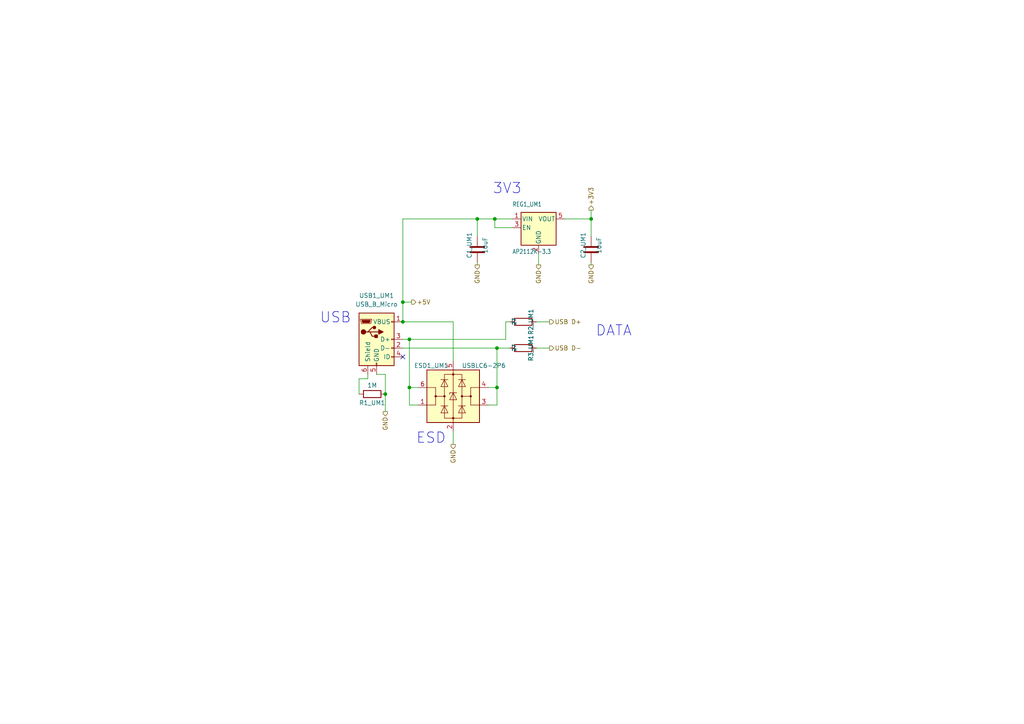
<source format=kicad_sch>
(kicad_sch (version 20230121) (generator eeschema)
  (paper "A4")
  (title_block (title "USB Micro B and 3V3 Power") (comment 1 "From https://github.com/gregdavill/advent-calendar-of-circuits-2020 (CERN-OHL-P-2.0)") (comment 2 "and https://github.com/sqfmi/beepy-hardware"))
  (lib_symbols
    (symbol "Connector:USB_B_Micro" (pin_names (offset 1.016))
      (property "Reference" "J" (at -5.08 11.43 0))
      (property "Value" "USB_B_Micro" (at -5.08 8.89 0))
      (symbol "USB_B_Micro_0_1"
        (rectangle (start -5.08 -7.62) (end 5.08 7.62) (stroke (width 0.254)) (fill (type background)))
        (circle (center -3.81 2.159) (radius 0.635) (stroke (width 0.254)) (fill (type outline)))
        (circle (center -0.635 3.429) (radius 0.381) (stroke (width 0.254)) (fill (type outline)))
        (rectangle (start -0.127 -7.62) (end 0.127 -6.858))
        (polyline (pts (xy -1.905 2.159) (xy 0.635 2.159)) (stroke (width 0.254)))
        (polyline (pts (xy -3.175 2.159) (xy -2.54 2.159) (xy -1.27 3.429) (xy -0.635 3.429)) (stroke (width 0.254)))
        (polyline (pts (xy -2.54 2.159) (xy -1.905 2.159) (xy -1.27 0.889) (xy 0 0.889)) (stroke (width 0.254)))
        (polyline (pts (xy 0.635 2.794) (xy 0.635 1.524) (xy 1.905 2.159) (xy 0.635 2.794)) (stroke (width 0.254)) (fill (type outline)))
        (polyline (pts (xy -4.318 5.588) (xy -1.778 5.588) (xy -2.032 4.826) (xy -4.064 4.826) (xy -4.318 5.588)) (fill (type outline)))
        (polyline (pts (xy -4.699 5.842) (xy -4.699 5.588) (xy -4.445 4.826) (xy -4.445 4.572) (xy -1.651 4.572) (xy -1.651 4.826) (xy -1.397 5.588) (xy -1.397 5.842) (xy -4.699 5.842)))
        (rectangle (start 0.254 1.27) (end -0.508 0.508) (stroke (width 0.254)) (fill (type outline)))
        (rectangle (start 5.08 -5.207) (end 4.318 -4.953))
        (rectangle (start 5.08 -2.667) (end 4.318 -2.413))
        (rectangle (start 5.08 -0.127) (end 4.318 0.127))
        (rectangle (start 5.08 4.953) (end 4.318 5.207))
      )
      (symbol "USB_B_Micro_1_1"
        (pin power_out line (at 7.62 5.08 180) (length 2.54) (name "VBUS") (number "1"))
        (pin bidirectional line (at 7.62 -2.54 180) (length 2.54) (name "D-") (number "2"))
        (pin bidirectional line (at 7.62 0 180) (length 2.54) (name "D+") (number "3"))
        (pin passive line (at 7.62 -5.08 180) (length 2.54) (name "ID") (number "4"))
        (pin power_out line (at 0 -10.16 90) (length 2.54) (name "GND") (number "5"))
        (pin passive line (at -2.54 -10.16 90) (length 2.54) (name "Shield") (number "6"))
      )
    )
    (symbol "Device:C" (pin_numbers hide) (pin_names (offset 0.254))
      (property "Reference" "C" (at 0.635 2.54 0))
      (property "Value" "C" (at 0.635 -2.54 0))
      (symbol "C_0_1"
        (polyline (pts (xy -2.032 -0.762) (xy 2.032 -0.762)) (stroke (width 0.508)))
        (polyline (pts (xy -2.032 0.762) (xy 2.032 0.762)) (stroke (width 0.508)))
      )
      (symbol "C_1_1"
        (pin passive line (at 0 3.81 270) (length 2.794) (name "~") (number "1"))
        (pin passive line (at 0 -3.81 90) (length 2.794) (name "~") (number "2"))
      )
    )
    (symbol "Device:R" (pin_numbers hide) (pin_names (offset 0))
      (property "Reference" "R" (at 2.032 0 90))
      (property "Value" "R" (at 0 0 90))
      (symbol "R_0_1"
        (rectangle (start -1.016 -2.54) (end 1.016 2.54) (stroke (width 0.254)))
      )
      (symbol "R_1_1"
        (pin passive line (at 0 3.81 270) (length 1.27) (name "~") (number "1"))
        (pin passive line (at 0 -3.81 90) (length 1.27) (name "~") (number "2"))
      )
    )
    (symbol "Power_Protection:USBLC6-2P6" (pin_names hide)
      (property "Reference" "U" (at 2.54 8.89 0))
      (property "Value" "USBLC6-2P6" (at 2.54 -8.89 0))
      (symbol "USBLC6-2P6_0_1"
        (rectangle (start -7.62 -7.62) (end 7.62 7.62) (stroke (width 0.254)) (fill (type background)))
        (circle (center -5.08 0) (radius 0.254) (fill (type outline)))
        (circle (center -2.54 0) (radius 0.254) (fill (type outline)))
        (rectangle (start -2.54 6.35) (end 2.54 -6.35))
        (circle (center 0 -6.35) (radius 0.254) (fill (type outline)))
        (polyline (pts (xy -5.08 -2.54) (xy -7.62 -2.54)))
        (polyline (pts (xy -5.08 0) (xy -5.08 -2.54)))
        (polyline (pts (xy -5.08 2.54) (xy -7.62 2.54)))
        (polyline (pts (xy -1.524 -2.794) (xy -3.556 -2.794)))
        (polyline (pts (xy -1.524 4.826) (xy -3.556 4.826)))
        (polyline (pts (xy 0 -7.62) (xy 0 -6.35)))
        (polyline (pts (xy 0 -6.35) (xy 0 1.27)))
        (polyline (pts (xy 0 1.27) (xy 0 6.35)))
        (polyline (pts (xy 0 6.35) (xy 0 7.62)))
        (polyline (pts (xy 1.524 -2.794) (xy 3.556 -2.794)))
        (polyline (pts (xy 1.524 4.826) (xy 3.556 4.826)))
        (polyline (pts (xy 5.08 -2.54) (xy 7.62 -2.54)))
        (polyline (pts (xy 5.08 0) (xy 5.08 -2.54)))
        (polyline (pts (xy 5.08 2.54) (xy 7.62 2.54)))
        (polyline (pts (xy -2.54 0) (xy -5.08 0) (xy -5.08 2.54)))
        (polyline (pts (xy 2.54 0) (xy 5.08 0) (xy 5.08 2.54)))
        (polyline (pts (xy -3.556 -4.826) (xy -1.524 -4.826) (xy -2.54 -2.794) (xy -3.556 -4.826)))
        (polyline (pts (xy -3.556 2.794) (xy -1.524 2.794) (xy -2.54 4.826) (xy -3.556 2.794)))
        (polyline (pts (xy -1.016 -1.016) (xy 1.016 -1.016) (xy 0 1.016) (xy -1.016 -1.016)))
        (polyline (pts (xy 1.016 1.016) (xy 0.762 1.016) (xy -1.016 1.016) (xy -1.016 0.508)))
        (polyline (pts (xy 3.556 -4.826) (xy 1.524 -4.826) (xy 2.54 -2.794) (xy 3.556 -4.826)))
        (polyline (pts (xy 3.556 2.794) (xy 1.524 2.794) (xy 2.54 4.826) (xy 3.556 2.794)))
        (circle (center 0 6.35) (radius 0.254) (fill (type outline)))
        (circle (center 2.54 0) (radius 0.254) (fill (type outline)))
        (circle (center 5.08 0) (radius 0.254) (fill (type outline)))
      )
      (symbol "USBLC6-2P6_1_1"
        (pin passive line (at -10.16 -2.54 0) (length 2.54) (name "I/O1") (number "1"))
        (pin passive line (at 0 -10.16 90) (length 2.54) (name "GND") (number "2"))
        (pin passive line (at 10.16 -2.54 180) (length 2.54) (name "I/O2") (number "3"))
        (pin passive line (at 10.16 2.54 180) (length 2.54) (name "I/O2") (number "4"))
        (pin passive line (at 0 10.16 270) (length 2.54) (name "VBUS") (number "5"))
        (pin passive line (at -10.16 2.54 0) (length 2.54) (name "I/O1") (number "6"))
      )
    )
    (symbol "Regulator_Linear:AP2112K-3.3" (pin_names (offset 0.254))
      (property "Reference" "U" (at -5.08 5.715 0))
      (property "Value" "AP2112K-3.3" (at 0 5.715 0))
      (symbol "AP2112K-3.3_0_1"
        (rectangle (start -5.08 4.445) (end 5.08 -5.08) (stroke (width 0.254)) (fill (type background)))
      )
      (symbol "AP2112K-3.3_1_1"
        (pin power_in line (at -7.62 2.54 0) (length 2.54) (name "VIN") (number "1"))
        (pin power_in line (at 0 -7.62 90) (length 2.54) (name "GND") (number "2"))
        (pin input line (at -7.62 0 0) (length 2.54) (name "EN") (number "3"))
        (pin no_connect line (at 5.08 0 180) (length 2.54) hide (name "NC") (number "4"))
        (pin power_out line (at 7.62 2.54 180) (length 2.54) (name "VOUT") (number "5"))
      )
    )
  )
  (junction (at 171.45 63.5))
  (junction (at 111.76 114.3))
  (junction (at 118.745 98.425))
  (junction (at 116.84 93.345))
  (junction (at 144.145 100.965))
  (junction (at 116.84 87.63))
  (junction (at 143.51 63.5))
  (junction (at 144.145 112.395))
  (junction (at 118.745 112.395))
  (junction (at 138.43 63.5))
  (no_connect (at 116.84 103.505))
  (wire (pts (xy 143.51 63.5) (xy 148.59 63.5)) (stroke (width 0.1524)))
  (wire (pts (xy 143.51 66.04) (xy 148.59 66.04)) (stroke (width 0.1524)))
  (wire (pts (xy 118.745 98.425) (xy 118.745 112.395)))
  (wire (pts (xy 141.605 112.395) (xy 144.145 112.395)))
  (wire (pts (xy 111.76 108.585) (xy 111.76 114.3)))
  (wire (pts (xy 144.145 100.965) (xy 144.145 112.395)))
  (wire (pts (xy 131.445 93.345) (xy 131.445 104.775)))
  (wire (pts (xy 156.21 73.66) (xy 156.21 76.835)) (stroke (width 0.1524)))
  (wire (pts (xy 116.84 98.425) (xy 118.745 98.425)))
  (wire (pts (xy 171.45 60.96) (xy 171.45 63.5)) (stroke (width 0.1524)))
  (wire (pts (xy 146.685 93.345) (xy 147.955 93.345)))
  (wire (pts (xy 163.83 63.5) (xy 166.37 63.5)))
  (wire (pts (xy 116.84 63.5) (xy 116.84 87.63)))
  (wire (pts (xy 144.145 100.965) (xy 147.955 100.965)))
  (wire (pts (xy 155.575 93.345) (xy 159.385 93.345)))
  (wire (pts (xy 143.51 63.5) (xy 143.51 66.04)) (stroke (width 0.1524)))
  (wire (pts (xy 144.145 112.395) (xy 144.145 117.475)))
  (wire (pts (xy 138.43 63.5) (xy 143.51 63.5)) (stroke (width 0.1524)))
  (wire (pts (xy 109.22 108.585) (xy 111.76 108.585)))
  (wire (pts (xy 121.285 117.475) (xy 118.745 117.475)))
  (wire (pts (xy 116.84 87.63) (xy 116.84 93.345)))
  (wire (pts (xy 119.38 87.63) (xy 116.84 87.63)))
  (wire (pts (xy 155.575 100.965) (xy 159.385 100.965)))
  (wire (pts (xy 118.745 112.395) (xy 118.745 117.475)))
  (wire (pts (xy 116.84 100.965) (xy 144.145 100.965)))
  (wire (pts (xy 166.37 63.5) (xy 171.45 63.5)) (stroke (width 0.1524)))
  (wire (pts (xy 121.285 112.395) (xy 118.745 112.395)))
  (wire (pts (xy 106.68 109.855) (xy 104.14 109.855)))
  (wire (pts (xy 104.14 109.855) (xy 104.14 114.3)))
  (wire (pts (xy 116.84 93.345) (xy 131.445 93.345)))
  (wire (pts (xy 111.76 114.3) (xy 111.76 119.38)))
  (wire (pts (xy 118.745 98.425) (xy 146.685 98.425)))
  (wire (pts (xy 131.445 125.095) (xy 131.445 128.905)))
  (wire (pts (xy 106.68 108.585) (xy 106.68 109.855)))
  (wire (pts (xy 138.43 76.2) (xy 138.43 76.835)) (stroke (width 0.1524)))
  (wire (pts (xy 171.45 63.5) (xy 171.45 68.58)) (stroke (width 0.1524)))
  (wire (pts (xy 146.685 98.425) (xy 146.685 93.345)))
  (wire (pts (xy 171.45 76.835) (xy 171.45 76.2)))
  (wire (pts (xy 141.605 117.475) (xy 144.145 117.475)))
  (wire (pts (xy 116.84 63.5) (xy 138.43 63.5)))
  (wire (pts (xy 138.43 68.58) (xy 138.43 63.5)) (stroke (width 0.1524)))
  (text "3V3" (at 142.875 56.515 0) (effects (font (size 3 3)) (justify left bottom)))
  (text "ESD" (at 120.65 128.905 0) (effects (font (size 3 3)) (justify left bottom)))
  (text "USB" (at 92.71 93.98 0) (effects (font (size 3 3)) (justify left bottom)))
  (text "DATA" (at 172.72 97.79 0) (effects (font (size 3 3)) (justify left bottom)))
  (hierarchical_label "GND" (shape output) (at 111.76 119.38 270))
  (hierarchical_label "+3V3" (shape output) (at 171.45 60.96 90))
  (hierarchical_label "GND" (shape output) (at 171.45 76.835 270))
  (hierarchical_label "GND" (shape output) (at 138.43 76.835 270))
  (hierarchical_label "GND" (shape output) (at 156.21 76.835 270))
  (hierarchical_label "USB D-" (shape output) (at 159.385 100.965 0))
  (hierarchical_label "GND" (shape output) (at 131.445 128.905 270))
  (hierarchical_label "+5V" (shape output) (at 119.38 87.63 0))
  (hierarchical_label "USB D+" (shape output) (at 159.385 93.345 0))
  (symbol (lib_id "Connector:USB_B_Micro") (at 109.22 98.425 0) (unit 1)
    (property "Reference" "USB1_UM1" (at 109.22 85.725 0))
    (property "Value" "USB_B_Micro" (at 109.22 88.265 0))
    (property "Footprint" "Connector_USB:USB_Micro-B_XKB_U254-051T-4BH83-F1S" (effects hide))
    (property "MFR" "U254-051T-4BH83-S1S" (effects hide))
    (property "LCSC" "C319160" (effects hide))
    (property "Note" "Minor swap, should have the same footprint" (effects hide))
  )
  (symbol (lib_id "Device:R") (at 107.95 114.3 270) (unit 1)
    (property "Reference" "R1_UM1" (at 107.95 116.84 90))
    (property "Value" "1M" (at 107.95 111.76 90))
    (property "Footprint" "Resistor_SMD:R_0402_1005Metric" (effects hide))
    (property "Source" "ANY" (effects hide))
    (property "MFR" "FRC0402J105 TS" (effects hide))
    (property "LCSC" "C2906900" (effects hide))
  )
  (symbol (lib_id "Device:R") (at 151.765 93.345 270) (unit 1)
    (property "Reference" "R2_UM1" (at 153.2636 89.535 0) (effects (justify left bottom)))
    (property "Value" "27" (at 148.463 92.075 0) (effects (font (size 1.016 1.016) bold) (justify left bottom)))
    (property "Footprint" "Resistor_SMD:R_0402_1005Metric" (effects hide))
    (property "MFR" "0402WGF270JTCE" (effects hide))
    (property "LCSC" "C25100" (effects hide))
  )
  (symbol (lib_id "Device:C") (at 138.43 72.39 0) (unit 1)
    (property "Reference" "C1_UM1" (at 136.14 71.14 90))
    (property "Value" "10uF" (at 140.73 71.14 90))
    (property "Footprint" "Capacitor_SMD:C_0805_2012Metric" (effects hide))
    (property "MFR" "CL21A106KOQNNNE" (effects hide))
    (property "LCSC" "C1713" (effects hide))
  )
  (symbol (lib_id "Power_Protection:USBLC6-2P6") (at 131.445 114.935 0) (unit 1)
    (property "Reference" "ESD1_UM1" (at 125.095 106.045 0))
    (property "Value" "USBLC6-2P6" (at 140.335 106.045 0))
    (property "Footprint" "Package_TO_SOT_SMD:SOT-666" (effects hide))
    (property "Datasheet" "https://www.st.com/resource/en/datasheet/usblc6-2.pdf" (effects hide))
    (property "MFR" "USBLC6-2P6" (effects hide))
    (property "LCSC" "C2827693" (effects hide))
  )
  (symbol (lib_id "Device:R") (at 151.765 100.965 270) (unit 1)
    (property "Reference" "R3_UM1" (at 153.2636 97.155 0) (effects (justify left bottom)))
    (property "Value" "27" (at 148.463 99.695 0) (effects (font (size 1.016 1.016) bold) (justify left bottom)))
    (property "Footprint" "Resistor_SMD:R_0402_1005Metric" (effects hide))
    (property "MFR" "0402WGF270JTCE" (effects hide))
    (property "LCSC" "C25100" (effects hide))
  )
  (symbol (lib_id "Device:C") (at 171.45 72.39 0) (unit 1)
    (property "Reference" "C2_UM1" (at 169.16 71.14 90))
    (property "Value" "10uF" (at 173.75 71.14 90))
    (property "Footprint" "Capacitor_SMD:C_0805_2012Metric" (effects hide))
    (property "MFR" "CL21A106KOQNNNE" (effects hide))
    (property "LCSC" "C1713" (effects hide))
  )
  (symbol (lib_id "Regulator_Linear:AP2112K-3.3") (at 156.21 66.04 0) (unit 1)
    (property "Reference" "REG1_UM1" (at 148.59 59.944 0) (effects (font (size 1.27 1.0795)) (justify left bottom)))
    (property "Value" "AP2112K-3.3" (at 148.59 73.66 0) (effects (font (size 1.27 1.0795)) (justify left bottom)))
    (property "Footprint" "Package_TO_SOT_SMD:SOT-23-5" (effects hide))
    (property "Datasheet" "https://www.diodes.com/assets/Datasheets/AP2112.pdf" (effects hide))
    (property "MFR" "AP2112K-3.3TRG1" (effects hide))
    (property "LCSC" "C51118" (effects hide))
  )
)
</source>
